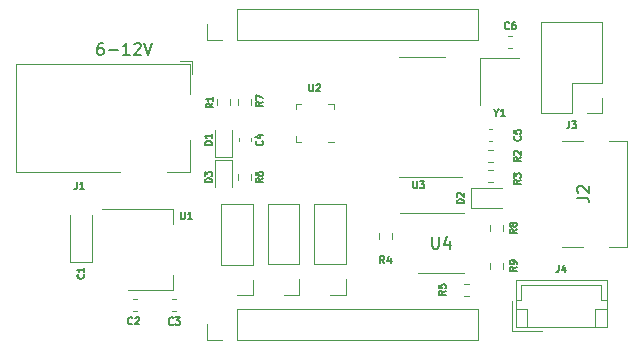
<source format=gbr>
%TF.GenerationSoftware,KiCad,Pcbnew,(6.0.9)*%
%TF.CreationDate,2023-05-25T18:46:17+02:00*%
%TF.ProjectId,tiny1616_dev_board,74696e79-3136-4313-965f-6465765f626f,rev?*%
%TF.SameCoordinates,Original*%
%TF.FileFunction,Legend,Top*%
%TF.FilePolarity,Positive*%
%FSLAX46Y46*%
G04 Gerber Fmt 4.6, Leading zero omitted, Abs format (unit mm)*
G04 Created by KiCad (PCBNEW (6.0.9)) date 2023-05-25 18:46:17*
%MOMM*%
%LPD*%
G01*
G04 APERTURE LIST*
%ADD10C,0.150000*%
%ADD11C,0.120000*%
G04 APERTURE END LIST*
D10*
X89190476Y-40202380D02*
X89000000Y-40202380D01*
X88904761Y-40250000D01*
X88857142Y-40297619D01*
X88761904Y-40440476D01*
X88714285Y-40630952D01*
X88714285Y-41011904D01*
X88761904Y-41107142D01*
X88809523Y-41154761D01*
X88904761Y-41202380D01*
X89095238Y-41202380D01*
X89190476Y-41154761D01*
X89238095Y-41107142D01*
X89285714Y-41011904D01*
X89285714Y-40773809D01*
X89238095Y-40678571D01*
X89190476Y-40630952D01*
X89095238Y-40583333D01*
X88904761Y-40583333D01*
X88809523Y-40630952D01*
X88761904Y-40678571D01*
X88714285Y-40773809D01*
X89714285Y-40821428D02*
X90476190Y-40821428D01*
X91476190Y-41202380D02*
X90904761Y-41202380D01*
X91190476Y-41202380D02*
X91190476Y-40202380D01*
X91095238Y-40345238D01*
X91000000Y-40440476D01*
X90904761Y-40488095D01*
X91857142Y-40297619D02*
X91904761Y-40250000D01*
X92000000Y-40202380D01*
X92238095Y-40202380D01*
X92333333Y-40250000D01*
X92380952Y-40297619D01*
X92428571Y-40392857D01*
X92428571Y-40488095D01*
X92380952Y-40630952D01*
X91809523Y-41202380D01*
X92428571Y-41202380D01*
X92714285Y-40202380D02*
X93047619Y-41202380D01*
X93380952Y-40202380D01*
%TO.C,D2*%
X119778428Y-53782857D02*
X119178428Y-53782857D01*
X119178428Y-53640000D01*
X119207000Y-53554285D01*
X119264142Y-53497142D01*
X119321285Y-53468571D01*
X119435571Y-53440000D01*
X119521285Y-53440000D01*
X119635571Y-53468571D01*
X119692714Y-53497142D01*
X119749857Y-53554285D01*
X119778428Y-53640000D01*
X119778428Y-53782857D01*
X119235571Y-53211428D02*
X119207000Y-53182857D01*
X119178428Y-53125714D01*
X119178428Y-52982857D01*
X119207000Y-52925714D01*
X119235571Y-52897142D01*
X119292714Y-52868571D01*
X119349857Y-52868571D01*
X119435571Y-52897142D01*
X119778428Y-53240000D01*
X119778428Y-52868571D01*
%TO.C,J2*%
X129373380Y-53292333D02*
X130087666Y-53292333D01*
X130230523Y-53339952D01*
X130325761Y-53435190D01*
X130373380Y-53578047D01*
X130373380Y-53673285D01*
X129468619Y-52863761D02*
X129421000Y-52816142D01*
X129373380Y-52720904D01*
X129373380Y-52482809D01*
X129421000Y-52387571D01*
X129468619Y-52339952D01*
X129563857Y-52292333D01*
X129659095Y-52292333D01*
X129801952Y-52339952D01*
X130373380Y-52911380D01*
X130373380Y-52292333D01*
%TO.C,R5*%
X118254428Y-61187000D02*
X117968714Y-61387000D01*
X118254428Y-61529857D02*
X117654428Y-61529857D01*
X117654428Y-61301285D01*
X117683000Y-61244142D01*
X117711571Y-61215571D01*
X117768714Y-61187000D01*
X117854428Y-61187000D01*
X117911571Y-61215571D01*
X117940142Y-61244142D01*
X117968714Y-61301285D01*
X117968714Y-61529857D01*
X117654428Y-60644142D02*
X117654428Y-60929857D01*
X117940142Y-60958428D01*
X117911571Y-60929857D01*
X117883000Y-60872714D01*
X117883000Y-60729857D01*
X117911571Y-60672714D01*
X117940142Y-60644142D01*
X117997285Y-60615571D01*
X118140142Y-60615571D01*
X118197285Y-60644142D01*
X118225857Y-60672714D01*
X118254428Y-60729857D01*
X118254428Y-60872714D01*
X118225857Y-60929857D01*
X118197285Y-60958428D01*
%TO.C,Y1*%
X122523285Y-46086714D02*
X122523285Y-46372428D01*
X122323285Y-45772428D02*
X122523285Y-46086714D01*
X122723285Y-45772428D01*
X123237571Y-46372428D02*
X122894714Y-46372428D01*
X123066142Y-46372428D02*
X123066142Y-45772428D01*
X123009000Y-45858142D01*
X122951857Y-45915285D01*
X122894714Y-45943857D01*
%TO.C,D3*%
X98442428Y-52004857D02*
X97842428Y-52004857D01*
X97842428Y-51862000D01*
X97871000Y-51776285D01*
X97928142Y-51719142D01*
X97985285Y-51690571D01*
X98099571Y-51662000D01*
X98185285Y-51662000D01*
X98299571Y-51690571D01*
X98356714Y-51719142D01*
X98413857Y-51776285D01*
X98442428Y-51862000D01*
X98442428Y-52004857D01*
X97842428Y-51462000D02*
X97842428Y-51090571D01*
X98071000Y-51290571D01*
X98071000Y-51204857D01*
X98099571Y-51147714D01*
X98128142Y-51119142D01*
X98185285Y-51090571D01*
X98328142Y-51090571D01*
X98385285Y-51119142D01*
X98413857Y-51147714D01*
X98442428Y-51204857D01*
X98442428Y-51376285D01*
X98413857Y-51433428D01*
X98385285Y-51462000D01*
%TO.C,U1*%
X95808857Y-54535428D02*
X95808857Y-55021142D01*
X95837428Y-55078285D01*
X95866000Y-55106857D01*
X95923142Y-55135428D01*
X96037428Y-55135428D01*
X96094571Y-55106857D01*
X96123142Y-55078285D01*
X96151714Y-55021142D01*
X96151714Y-54535428D01*
X96751714Y-55135428D02*
X96408857Y-55135428D01*
X96580285Y-55135428D02*
X96580285Y-54535428D01*
X96523142Y-54621142D01*
X96466000Y-54678285D01*
X96408857Y-54706857D01*
%TO.C,R4*%
X113057000Y-58818428D02*
X112857000Y-58532714D01*
X112714142Y-58818428D02*
X112714142Y-58218428D01*
X112942714Y-58218428D01*
X112999857Y-58247000D01*
X113028428Y-58275571D01*
X113057000Y-58332714D01*
X113057000Y-58418428D01*
X113028428Y-58475571D01*
X112999857Y-58504142D01*
X112942714Y-58532714D01*
X112714142Y-58532714D01*
X113571285Y-58418428D02*
X113571285Y-58818428D01*
X113428428Y-58189857D02*
X113285571Y-58618428D01*
X113657000Y-58618428D01*
%TO.C,R7*%
X102760428Y-45185000D02*
X102474714Y-45385000D01*
X102760428Y-45527857D02*
X102160428Y-45527857D01*
X102160428Y-45299285D01*
X102189000Y-45242142D01*
X102217571Y-45213571D01*
X102274714Y-45185000D01*
X102360428Y-45185000D01*
X102417571Y-45213571D01*
X102446142Y-45242142D01*
X102474714Y-45299285D01*
X102474714Y-45527857D01*
X102160428Y-44985000D02*
X102160428Y-44585000D01*
X102760428Y-44842142D01*
%TO.C,C3*%
X95150000Y-64022714D02*
X95121428Y-64054142D01*
X95035714Y-64085571D01*
X94978571Y-64085571D01*
X94892857Y-64054142D01*
X94835714Y-63991285D01*
X94807142Y-63928428D01*
X94778571Y-63802714D01*
X94778571Y-63708428D01*
X94807142Y-63582714D01*
X94835714Y-63519857D01*
X94892857Y-63457000D01*
X94978571Y-63425571D01*
X95035714Y-63425571D01*
X95121428Y-63457000D01*
X95150000Y-63488428D01*
X95350000Y-63425571D02*
X95721428Y-63425571D01*
X95521428Y-63677000D01*
X95607142Y-63677000D01*
X95664285Y-63708428D01*
X95692857Y-63739857D01*
X95721428Y-63802714D01*
X95721428Y-63959857D01*
X95692857Y-64022714D01*
X95664285Y-64054142D01*
X95607142Y-64085571D01*
X95435714Y-64085571D01*
X95378571Y-64054142D01*
X95350000Y-64022714D01*
%TO.C,C5*%
X124547285Y-48106000D02*
X124575857Y-48134571D01*
X124604428Y-48220285D01*
X124604428Y-48277428D01*
X124575857Y-48363142D01*
X124518714Y-48420285D01*
X124461571Y-48448857D01*
X124347285Y-48477428D01*
X124261571Y-48477428D01*
X124147285Y-48448857D01*
X124090142Y-48420285D01*
X124033000Y-48363142D01*
X124004428Y-48277428D01*
X124004428Y-48220285D01*
X124033000Y-48134571D01*
X124061571Y-48106000D01*
X124004428Y-47563142D02*
X124004428Y-47848857D01*
X124290142Y-47877428D01*
X124261571Y-47848857D01*
X124233000Y-47791714D01*
X124233000Y-47648857D01*
X124261571Y-47591714D01*
X124290142Y-47563142D01*
X124347285Y-47534571D01*
X124490142Y-47534571D01*
X124547285Y-47563142D01*
X124575857Y-47591714D01*
X124604428Y-47648857D01*
X124604428Y-47791714D01*
X124575857Y-47848857D01*
X124547285Y-47877428D01*
%TO.C,R8*%
X124256428Y-55980000D02*
X123970714Y-56180000D01*
X124256428Y-56322857D02*
X123656428Y-56322857D01*
X123656428Y-56094285D01*
X123685000Y-56037142D01*
X123713571Y-56008571D01*
X123770714Y-55980000D01*
X123856428Y-55980000D01*
X123913571Y-56008571D01*
X123942142Y-56037142D01*
X123970714Y-56094285D01*
X123970714Y-56322857D01*
X123913571Y-55637142D02*
X123885000Y-55694285D01*
X123856428Y-55722857D01*
X123799285Y-55751428D01*
X123770714Y-55751428D01*
X123713571Y-55722857D01*
X123685000Y-55694285D01*
X123656428Y-55637142D01*
X123656428Y-55522857D01*
X123685000Y-55465714D01*
X123713571Y-55437142D01*
X123770714Y-55408571D01*
X123799285Y-55408571D01*
X123856428Y-55437142D01*
X123885000Y-55465714D01*
X123913571Y-55522857D01*
X123913571Y-55637142D01*
X123942142Y-55694285D01*
X123970714Y-55722857D01*
X124027857Y-55751428D01*
X124142142Y-55751428D01*
X124199285Y-55722857D01*
X124227857Y-55694285D01*
X124256428Y-55637142D01*
X124256428Y-55522857D01*
X124227857Y-55465714D01*
X124199285Y-55437142D01*
X124142142Y-55408571D01*
X124027857Y-55408571D01*
X123970714Y-55437142D01*
X123942142Y-55465714D01*
X123913571Y-55522857D01*
%TO.C,C6*%
X123598000Y-38949285D02*
X123569428Y-38977857D01*
X123483714Y-39006428D01*
X123426571Y-39006428D01*
X123340857Y-38977857D01*
X123283714Y-38920714D01*
X123255142Y-38863571D01*
X123226571Y-38749285D01*
X123226571Y-38663571D01*
X123255142Y-38549285D01*
X123283714Y-38492142D01*
X123340857Y-38435000D01*
X123426571Y-38406428D01*
X123483714Y-38406428D01*
X123569428Y-38435000D01*
X123598000Y-38463571D01*
X124112285Y-38406428D02*
X123998000Y-38406428D01*
X123940857Y-38435000D01*
X123912285Y-38463571D01*
X123855142Y-38549285D01*
X123826571Y-38663571D01*
X123826571Y-38892142D01*
X123855142Y-38949285D01*
X123883714Y-38977857D01*
X123940857Y-39006428D01*
X124055142Y-39006428D01*
X124112285Y-38977857D01*
X124140857Y-38949285D01*
X124169428Y-38892142D01*
X124169428Y-38749285D01*
X124140857Y-38692142D01*
X124112285Y-38663571D01*
X124055142Y-38635000D01*
X123940857Y-38635000D01*
X123883714Y-38663571D01*
X123855142Y-38692142D01*
X123826571Y-38749285D01*
%TO.C,C4*%
X102703285Y-48487000D02*
X102731857Y-48515571D01*
X102760428Y-48601285D01*
X102760428Y-48658428D01*
X102731857Y-48744142D01*
X102674714Y-48801285D01*
X102617571Y-48829857D01*
X102503285Y-48858428D01*
X102417571Y-48858428D01*
X102303285Y-48829857D01*
X102246142Y-48801285D01*
X102189000Y-48744142D01*
X102160428Y-48658428D01*
X102160428Y-48601285D01*
X102189000Y-48515571D01*
X102217571Y-48487000D01*
X102360428Y-47972714D02*
X102760428Y-47972714D01*
X102131857Y-48115571D02*
X102560428Y-48258428D01*
X102560428Y-47887000D01*
%TO.C,J1*%
X87012000Y-51961928D02*
X87012000Y-52390500D01*
X86983428Y-52476214D01*
X86926285Y-52533357D01*
X86840571Y-52561928D01*
X86783428Y-52561928D01*
X87612000Y-52561928D02*
X87269142Y-52561928D01*
X87440571Y-52561928D02*
X87440571Y-51961928D01*
X87383428Y-52047642D01*
X87326285Y-52104785D01*
X87269142Y-52133357D01*
%TO.C,R2*%
X124604428Y-49884000D02*
X124318714Y-50084000D01*
X124604428Y-50226857D02*
X124004428Y-50226857D01*
X124004428Y-49998285D01*
X124033000Y-49941142D01*
X124061571Y-49912571D01*
X124118714Y-49884000D01*
X124204428Y-49884000D01*
X124261571Y-49912571D01*
X124290142Y-49941142D01*
X124318714Y-49998285D01*
X124318714Y-50226857D01*
X124061571Y-49655428D02*
X124033000Y-49626857D01*
X124004428Y-49569714D01*
X124004428Y-49426857D01*
X124033000Y-49369714D01*
X124061571Y-49341142D01*
X124118714Y-49312571D01*
X124175857Y-49312571D01*
X124261571Y-49341142D01*
X124604428Y-49684000D01*
X124604428Y-49312571D01*
%TO.C,R3*%
X124604428Y-51789000D02*
X124318714Y-51989000D01*
X124604428Y-52131857D02*
X124004428Y-52131857D01*
X124004428Y-51903285D01*
X124033000Y-51846142D01*
X124061571Y-51817571D01*
X124118714Y-51789000D01*
X124204428Y-51789000D01*
X124261571Y-51817571D01*
X124290142Y-51846142D01*
X124318714Y-51903285D01*
X124318714Y-52131857D01*
X124004428Y-51589000D02*
X124004428Y-51217571D01*
X124233000Y-51417571D01*
X124233000Y-51331857D01*
X124261571Y-51274714D01*
X124290142Y-51246142D01*
X124347285Y-51217571D01*
X124490142Y-51217571D01*
X124547285Y-51246142D01*
X124575857Y-51274714D01*
X124604428Y-51331857D01*
X124604428Y-51503285D01*
X124575857Y-51560428D01*
X124547285Y-51589000D01*
%TO.C,U3*%
X115493857Y-51868428D02*
X115493857Y-52354142D01*
X115522428Y-52411285D01*
X115551000Y-52439857D01*
X115608142Y-52468428D01*
X115722428Y-52468428D01*
X115779571Y-52439857D01*
X115808142Y-52411285D01*
X115836714Y-52354142D01*
X115836714Y-51868428D01*
X116065285Y-51868428D02*
X116436714Y-51868428D01*
X116236714Y-52097000D01*
X116322428Y-52097000D01*
X116379571Y-52125571D01*
X116408142Y-52154142D01*
X116436714Y-52211285D01*
X116436714Y-52354142D01*
X116408142Y-52411285D01*
X116379571Y-52439857D01*
X116322428Y-52468428D01*
X116151000Y-52468428D01*
X116093857Y-52439857D01*
X116065285Y-52411285D01*
%TO.C,J3*%
X128710000Y-46817428D02*
X128710000Y-47246000D01*
X128681428Y-47331714D01*
X128624285Y-47388857D01*
X128538571Y-47417428D01*
X128481428Y-47417428D01*
X128938571Y-46817428D02*
X129310000Y-46817428D01*
X129110000Y-47046000D01*
X129195714Y-47046000D01*
X129252857Y-47074571D01*
X129281428Y-47103142D01*
X129310000Y-47160285D01*
X129310000Y-47303142D01*
X129281428Y-47360285D01*
X129252857Y-47388857D01*
X129195714Y-47417428D01*
X129024285Y-47417428D01*
X128967142Y-47388857D01*
X128938571Y-47360285D01*
%TO.C,R1*%
X98569428Y-45312000D02*
X98283714Y-45512000D01*
X98569428Y-45654857D02*
X97969428Y-45654857D01*
X97969428Y-45426285D01*
X97998000Y-45369142D01*
X98026571Y-45340571D01*
X98083714Y-45312000D01*
X98169428Y-45312000D01*
X98226571Y-45340571D01*
X98255142Y-45369142D01*
X98283714Y-45426285D01*
X98283714Y-45654857D01*
X98569428Y-44740571D02*
X98569428Y-45083428D01*
X98569428Y-44912000D02*
X97969428Y-44912000D01*
X98055142Y-44969142D01*
X98112285Y-45026285D01*
X98140857Y-45083428D01*
%TO.C,D1*%
X98442428Y-48829857D02*
X97842428Y-48829857D01*
X97842428Y-48687000D01*
X97871000Y-48601285D01*
X97928142Y-48544142D01*
X97985285Y-48515571D01*
X98099571Y-48487000D01*
X98185285Y-48487000D01*
X98299571Y-48515571D01*
X98356714Y-48544142D01*
X98413857Y-48601285D01*
X98442428Y-48687000D01*
X98442428Y-48829857D01*
X98442428Y-47915571D02*
X98442428Y-48258428D01*
X98442428Y-48087000D02*
X97842428Y-48087000D01*
X97928142Y-48144142D01*
X97985285Y-48201285D01*
X98013857Y-48258428D01*
%TO.C,C2*%
X91721000Y-63968285D02*
X91692428Y-63996857D01*
X91606714Y-64025428D01*
X91549571Y-64025428D01*
X91463857Y-63996857D01*
X91406714Y-63939714D01*
X91378142Y-63882571D01*
X91349571Y-63768285D01*
X91349571Y-63682571D01*
X91378142Y-63568285D01*
X91406714Y-63511142D01*
X91463857Y-63454000D01*
X91549571Y-63425428D01*
X91606714Y-63425428D01*
X91692428Y-63454000D01*
X91721000Y-63482571D01*
X91949571Y-63482571D02*
X91978142Y-63454000D01*
X92035285Y-63425428D01*
X92178142Y-63425428D01*
X92235285Y-63454000D01*
X92263857Y-63482571D01*
X92292428Y-63539714D01*
X92292428Y-63596857D01*
X92263857Y-63682571D01*
X91921000Y-64025428D01*
X92292428Y-64025428D01*
%TO.C,R9*%
X124256428Y-59155000D02*
X123970714Y-59355000D01*
X124256428Y-59497857D02*
X123656428Y-59497857D01*
X123656428Y-59269285D01*
X123685000Y-59212142D01*
X123713571Y-59183571D01*
X123770714Y-59155000D01*
X123856428Y-59155000D01*
X123913571Y-59183571D01*
X123942142Y-59212142D01*
X123970714Y-59269285D01*
X123970714Y-59497857D01*
X124256428Y-58869285D02*
X124256428Y-58755000D01*
X124227857Y-58697857D01*
X124199285Y-58669285D01*
X124113571Y-58612142D01*
X123999285Y-58583571D01*
X123770714Y-58583571D01*
X123713571Y-58612142D01*
X123685000Y-58640714D01*
X123656428Y-58697857D01*
X123656428Y-58812142D01*
X123685000Y-58869285D01*
X123713571Y-58897857D01*
X123770714Y-58926428D01*
X123913571Y-58926428D01*
X123970714Y-58897857D01*
X123999285Y-58869285D01*
X124027857Y-58812142D01*
X124027857Y-58697857D01*
X123999285Y-58640714D01*
X123970714Y-58612142D01*
X123913571Y-58583571D01*
%TO.C,R6*%
X102760428Y-51662000D02*
X102474714Y-51862000D01*
X102760428Y-52004857D02*
X102160428Y-52004857D01*
X102160428Y-51776285D01*
X102189000Y-51719142D01*
X102217571Y-51690571D01*
X102274714Y-51662000D01*
X102360428Y-51662000D01*
X102417571Y-51690571D01*
X102446142Y-51719142D01*
X102474714Y-51776285D01*
X102474714Y-52004857D01*
X102160428Y-51147714D02*
X102160428Y-51262000D01*
X102189000Y-51319142D01*
X102217571Y-51347714D01*
X102303285Y-51404857D01*
X102417571Y-51433428D01*
X102646142Y-51433428D01*
X102703285Y-51404857D01*
X102731857Y-51376285D01*
X102760428Y-51319142D01*
X102760428Y-51204857D01*
X102731857Y-51147714D01*
X102703285Y-51119142D01*
X102646142Y-51090571D01*
X102503285Y-51090571D01*
X102446142Y-51119142D01*
X102417571Y-51147714D01*
X102389000Y-51204857D01*
X102389000Y-51319142D01*
X102417571Y-51376285D01*
X102446142Y-51404857D01*
X102503285Y-51433428D01*
%TO.C,J4*%
X127816000Y-58980428D02*
X127816000Y-59409000D01*
X127787428Y-59494714D01*
X127730285Y-59551857D01*
X127644571Y-59580428D01*
X127587428Y-59580428D01*
X128358857Y-59180428D02*
X128358857Y-59580428D01*
X128216000Y-58951857D02*
X128073142Y-59380428D01*
X128444571Y-59380428D01*
%TO.C,U2*%
X106686857Y-43696428D02*
X106686857Y-44182142D01*
X106715428Y-44239285D01*
X106744000Y-44267857D01*
X106801142Y-44296428D01*
X106915428Y-44296428D01*
X106972571Y-44267857D01*
X107001142Y-44239285D01*
X107029714Y-44182142D01*
X107029714Y-43696428D01*
X107286857Y-43753571D02*
X107315428Y-43725000D01*
X107372571Y-43696428D01*
X107515428Y-43696428D01*
X107572571Y-43725000D01*
X107601142Y-43753571D01*
X107629714Y-43810714D01*
X107629714Y-43867857D01*
X107601142Y-43953571D01*
X107258285Y-44296428D01*
X107629714Y-44296428D01*
%TO.C,C1*%
X87590285Y-59790000D02*
X87618857Y-59818571D01*
X87647428Y-59904285D01*
X87647428Y-59961428D01*
X87618857Y-60047142D01*
X87561714Y-60104285D01*
X87504571Y-60132857D01*
X87390285Y-60161428D01*
X87304571Y-60161428D01*
X87190285Y-60132857D01*
X87133142Y-60104285D01*
X87076000Y-60047142D01*
X87047428Y-59961428D01*
X87047428Y-59904285D01*
X87076000Y-59818571D01*
X87104571Y-59790000D01*
X87647428Y-59218571D02*
X87647428Y-59561428D01*
X87647428Y-59390000D02*
X87047428Y-59390000D01*
X87133142Y-59447142D01*
X87190285Y-59504285D01*
X87218857Y-59561428D01*
%TO.C,U4*%
X117094095Y-56602380D02*
X117094095Y-57411904D01*
X117141714Y-57507142D01*
X117189333Y-57554761D01*
X117284571Y-57602380D01*
X117475047Y-57602380D01*
X117570285Y-57554761D01*
X117617904Y-57507142D01*
X117665523Y-57411904D01*
X117665523Y-56602380D01*
X118570285Y-56935714D02*
X118570285Y-57602380D01*
X118332190Y-56554761D02*
X118094095Y-57269047D01*
X118713142Y-57269047D01*
D11*
%TO.C,D2*%
X120420000Y-54190000D02*
X122970000Y-54190000D01*
X120420000Y-52490000D02*
X122970000Y-52490000D01*
X120420000Y-52490000D02*
X120420000Y-54190000D01*
%TO.C,J2*%
X128057200Y-48489000D02*
X129857200Y-48489000D01*
X128057200Y-57429000D02*
X129857200Y-57429000D01*
X133567200Y-48489000D02*
X133567200Y-57429000D01*
X133567200Y-48489000D02*
X132107200Y-48489000D01*
X133567200Y-57429000D02*
X132107200Y-57429000D01*
%TO.C,R5*%
X119777742Y-60564500D02*
X120252258Y-60564500D01*
X119777742Y-61609500D02*
X120252258Y-61609500D01*
%TO.C,Y1*%
X121159000Y-41434000D02*
X121159000Y-45434000D01*
X124459000Y-41434000D02*
X121159000Y-41434000D01*
%TO.C,D3*%
X98706000Y-50102500D02*
X98706000Y-52387500D01*
X100176000Y-50102500D02*
X98706000Y-50102500D01*
X100176000Y-52387500D02*
X100176000Y-50102500D01*
%TO.C,U1*%
X89118000Y-54273400D02*
X95128000Y-54273400D01*
X95128000Y-61093400D02*
X95128000Y-59833400D01*
X91368000Y-61093400D02*
X95128000Y-61093400D01*
X95128000Y-54273400D02*
X95128000Y-55533400D01*
%TO.C,J5*%
X99324000Y-39938000D02*
X97994000Y-39938000D01*
X97994000Y-39938000D02*
X97994000Y-38608000D01*
X100594000Y-39938000D02*
X120974000Y-39938000D01*
X120974000Y-39938000D02*
X120974000Y-37278000D01*
X100594000Y-39938000D02*
X100594000Y-37278000D01*
X100594000Y-37278000D02*
X120974000Y-37278000D01*
%TO.C,R4*%
X113679500Y-56752258D02*
X113679500Y-56277742D01*
X112634500Y-56752258D02*
X112634500Y-56277742D01*
%TO.C,R7*%
X101741500Y-44974742D02*
X101741500Y-45449258D01*
X100696500Y-44974742D02*
X100696500Y-45449258D01*
%TO.C,C3*%
X95390580Y-61847000D02*
X95109420Y-61847000D01*
X95390580Y-62867000D02*
X95109420Y-62867000D01*
%TO.C,J6*%
X120974000Y-65338000D02*
X120974000Y-62678000D01*
X99324000Y-65338000D02*
X97994000Y-65338000D01*
X100594000Y-65338000D02*
X120974000Y-65338000D01*
X97994000Y-65338000D02*
X97994000Y-64008000D01*
X100594000Y-65338000D02*
X100594000Y-62678000D01*
X100594000Y-62678000D02*
X120974000Y-62678000D01*
%TO.C,C5*%
X122187580Y-47496000D02*
X121906420Y-47496000D01*
X122187580Y-48516000D02*
X121906420Y-48516000D01*
%TO.C,R8*%
X122032500Y-55642742D02*
X122032500Y-56117258D01*
X123077500Y-55642742D02*
X123077500Y-56117258D01*
%TO.C,C6*%
X123838580Y-40642000D02*
X123557420Y-40642000D01*
X123838580Y-39622000D02*
X123557420Y-39622000D01*
%TO.C,C4*%
X101729000Y-48246420D02*
X101729000Y-48527580D01*
X100709000Y-48246420D02*
X100709000Y-48527580D01*
%TO.C,J1*%
X81862000Y-41940500D02*
X96562000Y-41940500D01*
X96762000Y-42790500D02*
X96762000Y-41740500D01*
X90662000Y-51140500D02*
X81862000Y-51140500D01*
X96562000Y-51140500D02*
X94662000Y-51140500D01*
X81862000Y-51140500D02*
X81862000Y-41940500D01*
X96562000Y-41940500D02*
X96562000Y-44540500D01*
X95712000Y-41740500D02*
X96762000Y-41740500D01*
X96562000Y-48440500D02*
X96562000Y-51140500D01*
%TO.C,R2*%
X122284258Y-49261500D02*
X121809742Y-49261500D01*
X122284258Y-50306500D02*
X121809742Y-50306500D01*
%TO.C,R3*%
X122284258Y-51957500D02*
X121809742Y-51957500D01*
X122284258Y-50912500D02*
X121809742Y-50912500D01*
%TO.C,U3*%
X116205000Y-51542000D02*
X114255000Y-51542000D01*
X116205000Y-51542000D02*
X119655000Y-51542000D01*
X116205000Y-41422000D02*
X118155000Y-41422000D01*
X116205000Y-41422000D02*
X114255000Y-41422000D01*
%TO.C,JP2*%
X105851000Y-58928000D02*
X103191000Y-58928000D01*
X105851000Y-60198000D02*
X105851000Y-61528000D01*
X105851000Y-61528000D02*
X104521000Y-61528000D01*
X105851000Y-58928000D02*
X105851000Y-53788000D01*
X103191000Y-58928000D02*
X103191000Y-53788000D01*
X105851000Y-53788000D02*
X103191000Y-53788000D01*
%TO.C,J3*%
X131510000Y-43546000D02*
X131510000Y-38406000D01*
X131510000Y-46146000D02*
X130180000Y-46146000D01*
X131510000Y-43546000D02*
X128910000Y-43546000D01*
X128910000Y-46146000D02*
X126310000Y-46146000D01*
X131510000Y-44816000D02*
X131510000Y-46146000D01*
X126310000Y-46146000D02*
X126310000Y-38406000D01*
X128910000Y-43546000D02*
X128910000Y-46146000D01*
X131510000Y-38406000D02*
X126310000Y-38406000D01*
%TO.C,JP1*%
X109788000Y-61528000D02*
X108458000Y-61528000D01*
X109788000Y-60198000D02*
X109788000Y-61528000D01*
X109788000Y-58928000D02*
X107128000Y-58928000D01*
X109788000Y-53788000D02*
X107128000Y-53788000D01*
X107128000Y-58928000D02*
X107128000Y-53788000D01*
X109788000Y-58928000D02*
X109788000Y-53788000D01*
%TO.C,R1*%
X98918500Y-44974742D02*
X98918500Y-45449258D01*
X99963500Y-44974742D02*
X99963500Y-45449258D01*
%TO.C,D1*%
X98706000Y-47587000D02*
X98706000Y-49872000D01*
X100176000Y-49872000D02*
X100176000Y-47587000D01*
X98706000Y-49872000D02*
X100176000Y-49872000D01*
%TO.C,C2*%
X91807420Y-61847000D02*
X92088580Y-61847000D01*
X91807420Y-62867000D02*
X92088580Y-62867000D01*
%TO.C,R9*%
X122032500Y-58817742D02*
X122032500Y-59292258D01*
X123077500Y-58817742D02*
X123077500Y-59292258D01*
%TO.C,R6*%
X101741500Y-51324742D02*
X101741500Y-51799258D01*
X100696500Y-51324742D02*
X100696500Y-51799258D01*
%TO.C,J4*%
X131876000Y-62740000D02*
X130876000Y-62740000D01*
X124156000Y-64240000D02*
X131876000Y-64240000D01*
X124656000Y-60720000D02*
X131376000Y-60720000D01*
X123856000Y-64540000D02*
X126356000Y-64540000D01*
X131876000Y-64240000D02*
X131876000Y-60220000D01*
X131376000Y-60720000D02*
X131376000Y-61930000D01*
X125156000Y-62740000D02*
X125156000Y-64240000D01*
X124656000Y-61930000D02*
X124656000Y-60720000D01*
X130876000Y-62740000D02*
X130876000Y-64240000D01*
X123856000Y-62040000D02*
X123856000Y-64540000D01*
X124156000Y-62740000D02*
X125156000Y-62740000D01*
X124156000Y-60220000D02*
X124156000Y-64240000D01*
X131876000Y-60220000D02*
X124156000Y-60220000D01*
X131376000Y-61930000D02*
X131876000Y-61930000D01*
X124156000Y-61930000D02*
X124656000Y-61930000D01*
%TO.C,JP3*%
X101914000Y-53823800D02*
X99254000Y-53823800D01*
X99254000Y-58963800D02*
X99254000Y-53823800D01*
X101914000Y-61563800D02*
X100584000Y-61563800D01*
X101914000Y-58963800D02*
X101914000Y-53823800D01*
X101914000Y-58963800D02*
X99254000Y-58963800D01*
X101914000Y-60233800D02*
X101914000Y-61563800D01*
%TO.C,U2*%
X108304000Y-48556000D02*
X108754000Y-48556000D01*
X105534000Y-45336000D02*
X105534000Y-45786000D01*
X108754000Y-45336000D02*
X108754000Y-45786000D01*
X105984000Y-45336000D02*
X105534000Y-45336000D01*
X108304000Y-45336000D02*
X108754000Y-45336000D01*
X105984000Y-48556000D02*
X105534000Y-48556000D01*
X105534000Y-48556000D02*
X105534000Y-48106000D01*
%TO.C,C1*%
X86441000Y-58698000D02*
X88311000Y-58698000D01*
X88311000Y-58698000D02*
X88311000Y-54788000D01*
X86441000Y-54788000D02*
X86441000Y-58698000D01*
%TO.C,U4*%
X117856000Y-54590000D02*
X114406000Y-54590000D01*
X117856000Y-59710000D02*
X115906000Y-59710000D01*
X117856000Y-59710000D02*
X119806000Y-59710000D01*
X117856000Y-54590000D02*
X119806000Y-54590000D01*
%TD*%
M02*

</source>
